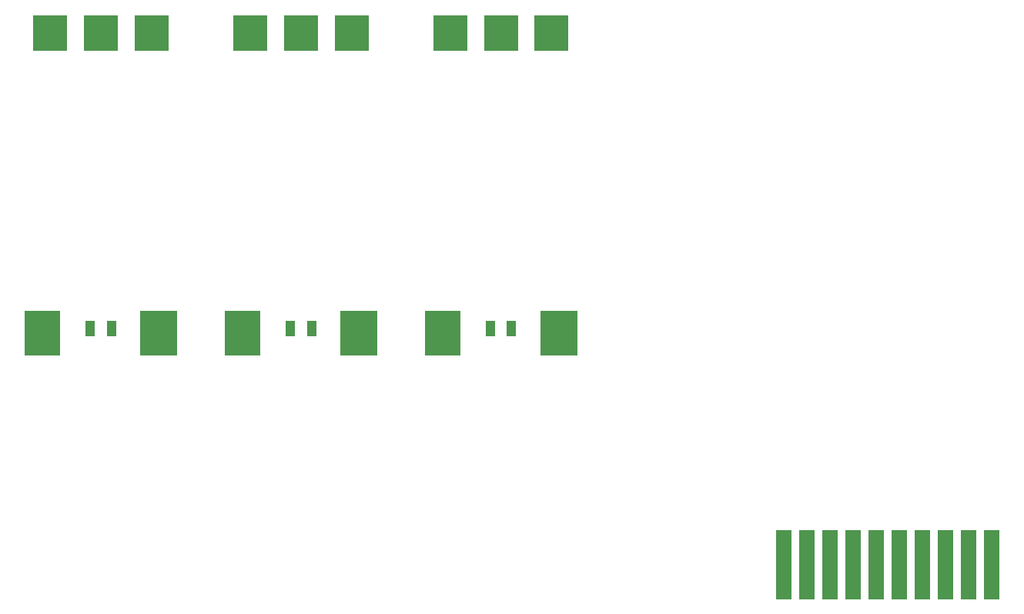
<source format=gbr>
%TF.GenerationSoftware,KiCad,Pcbnew,8.0.1*%
%TF.CreationDate,2024-04-06T11:37:36-04:00*%
%TF.ProjectId,template-card with ESCs,74656d70-6c61-4746-952d-636172642077,rev?*%
%TF.SameCoordinates,Original*%
%TF.FileFunction,Paste,Bot*%
%TF.FilePolarity,Positive*%
%FSLAX46Y46*%
G04 Gerber Fmt 4.6, Leading zero omitted, Abs format (unit mm)*
G04 Created by KiCad (PCBNEW 8.0.1) date 2024-04-06 11:37:36*
%MOMM*%
%LPD*%
G01*
G04 APERTURE LIST*
%ADD10R,1.780000X7.700000*%
%ADD11R,4.000000X4.900000*%
%ADD12R,4.100000X4.900000*%
%ADD13R,3.780000X4.000000*%
%ADD14R,1.130000X1.660000*%
G04 APERTURE END LIST*
D10*
%TO.C,J1*%
X172212000Y-103632000D03*
X174752000Y-103632000D03*
X177292000Y-103632000D03*
X179832000Y-103632000D03*
X182372000Y-103632000D03*
X184912000Y-103632000D03*
X187452000Y-103632000D03*
X189992000Y-103632000D03*
X192532000Y-103632000D03*
X195072000Y-103632000D03*
%TD*%
D11*
%TO.C,U4*%
X112693250Y-78196750D03*
D12*
X125443250Y-78196750D03*
D13*
X124663250Y-45146750D03*
X119093250Y-45146750D03*
X113543250Y-45146750D03*
D14*
X120263250Y-77706750D03*
X117933250Y-77706750D03*
%TD*%
D11*
%TO.C,U6*%
X134693250Y-78196750D03*
D12*
X147443250Y-78196750D03*
D13*
X146663250Y-45146750D03*
X141093250Y-45146750D03*
X135543250Y-45146750D03*
D14*
X142263250Y-77706750D03*
X139933250Y-77706750D03*
%TD*%
D11*
%TO.C,U2*%
X90693250Y-78196750D03*
D12*
X103443250Y-78196750D03*
D13*
X102663250Y-45146750D03*
X97093250Y-45146750D03*
X91543250Y-45146750D03*
D14*
X98263250Y-77706750D03*
X95933250Y-77706750D03*
%TD*%
M02*

</source>
